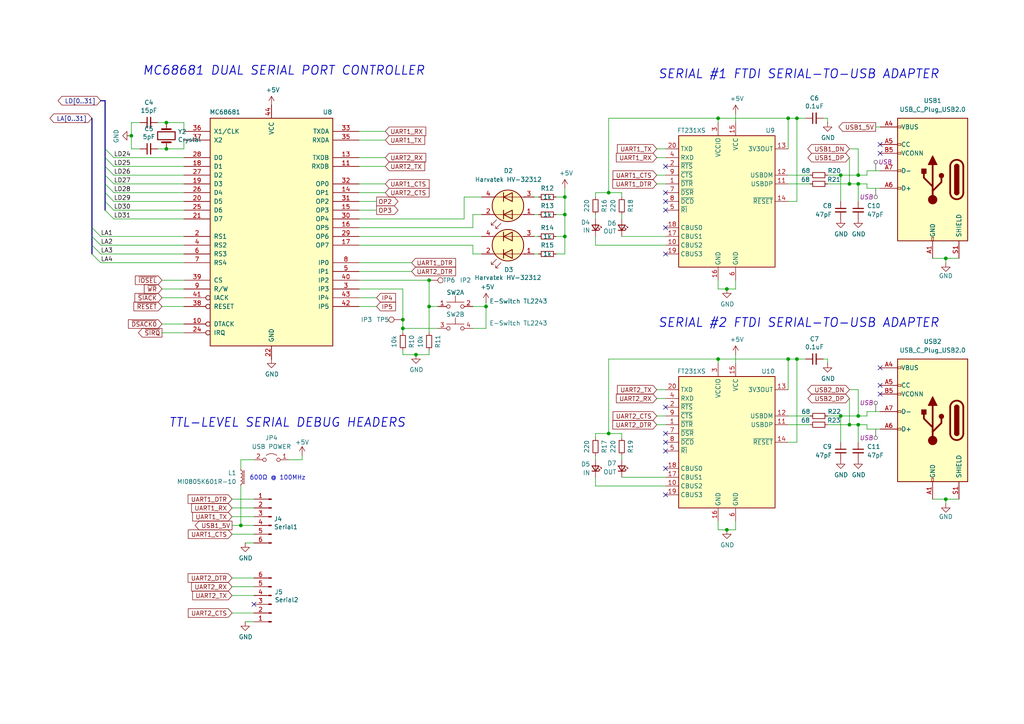
<source format=kicad_sch>
(kicad_sch (version 20231120) (generator "eeschema") (generator_version "8.0")
  (paper "A4")
  (title_block (title "k30p-VME") (rev "1"))
  (lib_symbols
    (symbol "Computie_68k:MC68681-PLCC" (pin_names (offset 1.016))
      (property "Reference" "U" (at 0 3.81 0))
      (property "Value" "MC68681-PLCC" (at 0 -2.54 0))
      (symbol "MC68681-PLCC_1_1"
        (pin open_collector inverted (at -25.4 -25.4 0) (length 7.62) (name "DTACK") (number "10"))
        (pin input line (at 25.4 20.32 180) (length 7.62) (name "RXDB") (number "11"))
        (pin output line (at 25.4 22.86 180) (length 7.62) (name "TXDB") (number "13"))
        (pin output line (at 25.4 12.7 180) (length 7.62) (name "OP1") (number "14"))
        (pin output line (at 25.4 7.62 180) (length 7.62) (name "OP3") (number "15"))
        (pin output line (at 25.4 2.54 180) (length 7.62) (name "OP5") (number "16"))
        (pin output line (at 25.4 -2.54 180) (length 7.62) (name "OP7") (number "17"))
        (pin tri_state line (at -25.4 20.32 0) (length 7.62) (name "D1") (number "18"))
        (pin tri_state line (at -25.4 15.24 0) (length 7.62) (name "D3") (number "19"))
        (pin input line (at -25.4 0 0) (length 7.62) (name "RS1") (number "2"))
        (pin tri_state line (at -25.4 10.16 0) (length 7.62) (name "D5") (number "20"))
        (pin tri_state line (at -25.4 5.08 0) (length 7.62) (name "D7") (number "21"))
        (pin power_in line (at 0 -35.56 90) (length 3.81) (name "GND") (number "22"))
        (pin output inverted (at -25.4 -27.94 0) (length 7.62) (name "IRQ") (number "24"))
        (pin tri_state line (at -25.4 7.62 0) (length 7.62) (name "D6") (number "25"))
        (pin tri_state line (at -25.4 12.7 0) (length 7.62) (name "D4") (number "26"))
        (pin tri_state line (at -25.4 17.78 0) (length 7.62) (name "D2") (number "27"))
        (pin tri_state line (at -25.4 22.86 0) (length 7.62) (name "D0") (number "28"))
        (pin output line (at 25.4 0 180) (length 7.62) (name "OP6") (number "29"))
        (pin input line (at 25.4 -15.24 180) (length 7.62) (name "IP3") (number "3"))
        (pin output line (at 25.4 5.08 180) (length 7.62) (name "OP4") (number "30"))
        (pin output line (at 25.4 10.16 180) (length 7.62) (name "OP2") (number "31"))
        (pin output line (at 25.4 15.24 180) (length 7.62) (name "OP0") (number "32"))
        (pin output line (at 25.4 30.48 180) (length 7.62) (name "TXDA") (number "33"))
        (pin input line (at 25.4 27.94 180) (length 7.62) (name "RXDA") (number "35"))
        (pin input line (at -25.4 30.48 0) (length 7.62) (name "X1/CLK") (number "36"))
        (pin input line (at -25.4 27.94 0) (length 7.62) (name "X2") (number "37"))
        (pin input inverted (at -25.4 -20.32 0) (length 7.62) (name "RESET") (number "38"))
        (pin input line (at -25.4 -12.7 0) (length 7.62) (name "CS") (number "39"))
        (pin input line (at -25.4 -2.54 0) (length 7.62) (name "RS2") (number "4"))
        (pin input line (at 25.4 -12.7 180) (length 7.62) (name "IP2") (number "40"))
        (pin input inverted (at -25.4 -17.78 0) (length 7.62) (name "IACK") (number "41"))
        (pin input line (at 25.4 -20.32 180) (length 7.62) (name "IP5") (number "42"))
        (pin input line (at 25.4 -17.78 180) (length 7.62) (name "IP4") (number "43"))
        (pin power_in line (at 0 38.1 270) (length 3.81) (name "VCC") (number "44"))
        (pin input line (at 25.4 -10.16 180) (length 7.62) (name "IP1") (number "5"))
        (pin input line (at -25.4 -5.08 0) (length 7.62) (name "RS3") (number "6"))
        (pin input line (at -25.4 -7.62 0) (length 7.62) (name "RS4") (number "7"))
        (pin input line (at 25.4 -7.62 180) (length 7.62) (name "IP0") (number "8"))
        (pin input line (at -25.4 -15.24 0) (length 7.62) (name "R/W") (number "9"))
      )
    )
    (symbol "Connector:Conn_01x06_Pin" (pin_names (offset 1.016) hide)
      (property "Reference" "J" (at 0 7.62 0))
      (property "Value" "Conn_01x06_Pin" (at 0 -10.16 0))
      (symbol "Conn_01x06_Pin_1_1"
        (pin passive line (at 5.08 5.08 180) (length 3.81) (name "Pin_1") (number "1"))
        (pin passive line (at 5.08 2.54 180) (length 3.81) (name "Pin_2") (number "2"))
        (pin passive line (at 5.08 0 180) (length 3.81) (name "Pin_3") (number "3"))
        (pin passive line (at 5.08 -2.54 180) (length 3.81) (name "Pin_4") (number "4"))
        (pin passive line (at 5.08 -5.08 180) (length 3.81) (name "Pin_5") (number "5"))
        (pin passive line (at 5.08 -7.62 180) (length 3.81) (name "Pin_6") (number "6"))
      )
    )
    (symbol "Connector:TestPoint" (pin_numbers hide) (pin_names (offset 0.762) hide)
      (property "Reference" "TP" (at 0 6.858 0))
      (property "Value" "TestPoint" (at 0 5.08 0))
      (symbol "TestPoint_1_1"
        (pin passive line (at 0 0 90) (length 2.54) (name "1") (number "1"))
      )
    )
    (symbol "Connector:USB_C_Plug_USB2.0" (pin_names (offset 1.016))
      (property "Reference" "P" (at -10.16 19.05 0))
      (property "Value" "USB_C_Plug_USB2.0" (at 12.7 19.05 0))
      (symbol "USB_C_Plug_USB2.0_1_1"
        (pin passive line (at 0 -22.86 90) (length 5.08) (name "GND") (number "A1"))
        (pin passive line (at 0 -22.86 90) (length 5.08) hide (name "GND") (number "A12"))
        (pin passive line (at 15.24 15.24 180) (length 5.08) (name "VBUS") (number "A4"))
        (pin bidirectional line (at 15.24 10.16 180) (length 5.08) (name "CC") (number "A5"))
        (pin bidirectional line (at 15.24 -2.54 180) (length 5.08) (name "D+") (number "A6"))
        (pin bidirectional line (at 15.24 2.54 180) (length 5.08) (name "D-") (number "A7"))
        (pin passive line (at 15.24 15.24 180) (length 5.08) hide (name "VBUS") (number "A9"))
        (pin passive line (at 0 -22.86 90) (length 5.08) hide (name "GND") (number "B1"))
        (pin passive line (at 0 -22.86 90) (length 5.08) hide (name "GND") (number "B12"))
        (pin passive line (at 15.24 15.24 180) (length 5.08) hide (name "VBUS") (number "B4"))
        (pin bidirectional line (at 15.24 7.62 180) (length 5.08) (name "VCONN") (number "B5"))
        (pin passive line (at 15.24 15.24 180) (length 5.08) hide (name "VBUS") (number "B9"))
        (pin passive line (at -7.62 -22.86 90) (length 5.08) (name "SHIELD") (number "S1"))
      )
    )
    (symbol "Device:C_Small" (pin_numbers hide) (pin_names (offset 0.254) hide)
      (property "Reference" "C" (at 0.254 1.778 0))
      (property "Value" "C_Small" (at 0.254 -2.032 0))
      (symbol "C_Small_1_1"
        (pin passive line (at 0 2.54 270) (length 2.032) (name "~") (number "1"))
        (pin passive line (at 0 -2.54 90) (length 2.032) (name "~") (number "2"))
      )
    )
    (symbol "Device:Crystal" (pin_numbers hide) (pin_names (offset 1.016) hide)
      (property "Reference" "Y" (at 0 3.81 0))
      (property "Value" "Crystal" (at 0 -3.81 0))
      (symbol "Crystal_1_1"
        (pin passive line (at -3.81 0 0) (length 1.27) (name "1") (number "1"))
        (pin passive line (at 3.81 0 180) (length 1.27) (name "2") (number "2"))
      )
    )
    (symbol "Device:LED_Dual_AKAK" (pin_names (offset 0) hide)
      (property "Reference" "D" (at 0 5.715 0))
      (property "Value" "LED_Dual_AKAK" (at 0 -6.35 0))
      (symbol "LED_Dual_AKAK_1_1"
        (pin input line (at -7.62 2.54 0) (length 3.048) (name "A1") (number "1"))
        (pin input line (at 7.62 2.54 180) (length 3.81) (name "K1") (number "2"))
        (pin input line (at -7.62 -2.54 0) (length 3.048) (name "A2") (number "3"))
        (pin input line (at 7.62 -2.54 180) (length 3.81) (name "K2") (number "4"))
      )
    )
    (symbol "Device:LED_Small" (pin_numbers hide) (pin_names (offset 0.254) hide)
      (property "Reference" "D" (at -1.27 3.175 0))
      (property "Value" "LED_Small" (at -4.445 -2.54 0))
      (symbol "LED_Small_1_1"
        (pin passive line (at -2.54 0 0) (length 1.778) (name "K") (number "1"))
        (pin passive line (at 2.54 0 180) (length 1.778) (name "A") (number "2"))
      )
    )
    (symbol "Device:L_Ferrite_Small" (pin_numbers hide) (pin_names (offset 0.254) hide)
      (property "Reference" "L" (at 1.27 1.016 0))
      (property "Value" "L_Ferrite_Small" (at 1.27 -1.27 0))
      (symbol "L_Ferrite_Small_1_1"
        (pin passive line (at 0 2.54 270) (length 0.508) (name "~") (number "1"))
        (pin passive line (at 0 -2.54 90) (length 0.508) (name "~") (number "2"))
      )
    )
    (symbol "Device:R_Small" (pin_numbers hide) (pin_names (offset 0.254) hide)
      (property "Reference" "R" (at 0.762 0.508 0))
      (property "Value" "R_Small" (at 0.762 -1.016 0))
      (symbol "R_Small_1_1"
        (pin passive line (at 0 2.54 270) (length 0.762) (name "~") (number "1"))
        (pin passive line (at 0 -2.54 90) (length 0.762) (name "~") (number "2"))
      )
    )
    (symbol "Interface_USB:FT231XS"
      (property "Reference" "U" (at -13.97 20.32 0))
      (property "Value" "FT231XS" (at 7.62 20.32 0))
      (symbol "FT231XS_1_1"
        (pin output line (at 17.78 5.08 180) (length 3.81) (name "~{DTR}") (number "1"))
        (pin bidirectional line (at 17.78 -12.7 180) (length 3.81) (name "CBUS2") (number "10"))
        (pin bidirectional line (at -17.78 5.08 0) (length 3.81) (name "USBDP") (number "11"))
        (pin bidirectional line (at -17.78 7.62 0) (length 3.81) (name "USBDM") (number "12"))
        (pin power_out line (at -17.78 15.24 0) (length 3.81) (name "3V3OUT") (number "13"))
        (pin input line (at -17.78 0 0) (length 3.81) (name "~{RESET}") (number "14"))
        (pin power_in line (at -2.54 22.86 270) (length 3.81) (name "VCC") (number "15"))
        (pin power_in line (at 2.54 -22.86 90) (length 3.81) (name "GND") (number "16"))
        (pin bidirectional line (at 17.78 -10.16 180) (length 3.81) (name "CBUS1") (number "17"))
        (pin bidirectional line (at 17.78 -7.62 180) (length 3.81) (name "CBUS0") (number "18"))
        (pin bidirectional line (at 17.78 -15.24 180) (length 3.81) (name "CBUS3") (number "19"))
        (pin output line (at 17.78 10.16 180) (length 3.81) (name "~{RTS}") (number "2"))
        (pin output line (at 17.78 15.24 180) (length 3.81) (name "TXD") (number "20"))
        (pin power_in line (at 2.54 22.86 270) (length 3.81) (name "VCCIO") (number "3"))
        (pin input line (at 17.78 12.7 180) (length 3.81) (name "RXD") (number "4"))
        (pin input line (at 17.78 -2.54 180) (length 3.81) (name "~{RI}") (number "5"))
        (pin power_in line (at -2.54 -22.86 90) (length 3.81) (name "GND") (number "6"))
        (pin input line (at 17.78 2.54 180) (length 3.81) (name "~{DSR}") (number "7"))
        (pin input line (at 17.78 0 180) (length 3.81) (name "~{DCD}") (number "8"))
        (pin input line (at 17.78 7.62 180) (length 3.81) (name "~{CTS}") (number "9"))
      )
    )
    (symbol "Jumper:Jumper_2_Open" (pin_names (offset 0) hide)
      (property "Reference" "JP" (at 0 2.794 0))
      (property "Value" "Jumper_2_Open" (at 0 -2.286 0))
      (symbol "Jumper_2_Open_1_1"
        (pin passive line (at -5.08 0 0) (length 2.54) (name "A") (number "1"))
        (pin passive line (at 5.08 0 180) (length 2.54) (name "B") (number "2"))
      )
    )
    (symbol "Switch:SW_Push_Dual_x2" (pin_names (offset 1.016) hide)
      (property "Reference" "SW" (at 1.27 2.54 0))
      (property "Value" "SW_Push_Dual_x2" (at 0 -1.524 0))
      (symbol "SW_Push_Dual_x2_1_1"
        (pin passive line (at -5.08 0 0) (length 2.54) (name "C") (number "1"))
        (pin passive line (at 5.08 0 180) (length 2.54) (name "D") (number "2"))
      )
      (symbol "SW_Push_Dual_x2_2_1"
        (pin passive line (at -5.08 0 0) (length 2.54) (name "C") (number "3"))
        (pin passive line (at 5.08 0 180) (length 2.54) (name "D") (number "4"))
      )
    )
    (symbol "power:+5V" (power) (pin_numbers hide) (pin_names (offset 0) hide)
      (property "Value" "+5V" (at 0 3.556 0))
      (symbol "+5V_1_1"
        (pin power_in line (at 0 0 90) (length 0) (name "~") (number "1"))
      )
    )
    (symbol "power:GND" (power) (pin_numbers hide) (pin_names (offset 0) hide)
      (property "Value" "GND" (at 0 -3.81 0))
      (symbol "GND_1_1"
        (pin power_in line (at 0 0 270) (length 0) (name "~") (number "1"))
      )
    )
  )
  (junction (at 274.32 74.93))
  (junction (at 163.83 68.58))
  (junction (at 48.26 43.18))
  (junction (at 248.92 123.19))
  (junction (at 231.14 34.29))
  (junction (at 248.92 50.8))
  (junction (at 228.6 34.29))
  (junction (at 246.38 123.19))
  (junction (at 120.65 102.87))
  (junction (at 116.84 92.71))
  (junction (at 246.38 53.34))
  (junction (at 38.1 39.37))
  (junction (at 140.97 88.9))
  (junction (at 210.82 153.67))
  (junction (at 243.84 50.8))
  (junction (at 163.83 62.23))
  (junction (at 274.32 144.78))
  (junction (at 176.53 125.73))
  (junction (at 69.85 152.4))
  (junction (at 208.28 104.14))
  (junction (at 248.92 120.65))
  (junction (at 208.28 34.29))
  (junction (at 231.14 104.14))
  (junction (at 176.53 55.88))
  (junction (at 116.84 95.25))
  (junction (at 243.84 120.65))
  (junction (at 163.83 57.15))
  (junction (at 124.46 81.28))
  (junction (at 248.92 53.34))
  (junction (at 124.46 88.9))
  (junction (at 48.26 35.56))
  (junction (at 228.6 104.14))
  (junction (at 210.82 83.82))
  (no_connect (at 193.04 60.96))
  (no_connect (at 255.27 41.91))
  (no_connect (at 193.04 48.26))
  (no_connect (at 193.04 135.89))
  (no_connect (at 73.66 175.26))
  (no_connect (at 255.27 106.68))
  (no_connect (at 193.04 118.11))
  (no_connect (at 193.04 128.27))
  (no_connect (at 255.27 114.3))
  (no_connect (at 193.04 55.88))
  (no_connect (at 193.04 58.42))
  (no_connect (at 193.04 143.51))
  (no_connect (at 193.04 130.81))
  (no_connect (at 255.27 44.45))
  (no_connect (at 193.04 125.73))
  (no_connect (at 193.04 73.66))
  (no_connect (at 193.04 66.04))
  (no_connect (at 255.27 111.76))
  (bus_entry (at 33.02 50.8) (size -2.54 -2.54))
  (bus_entry (at 33.02 45.72) (size -2.54 -2.54))
  (bus_entry (at 33.02 48.26) (size -2.54 -2.54))
  (bus_entry (at 29.21 73.66) (size -2.54 -2.54))
  (bus_entry (at 29.21 71.12) (size -2.54 -2.54))
  (bus_entry (at 33.02 53.34) (size -2.54 -2.54))
  (bus_entry (at 29.21 68.58) (size -2.54 -2.54))
  (bus_entry (at 33.02 60.96) (size -2.54 -2.54))
  (bus_entry (at 33.02 58.42) (size -2.54 -2.54))
  (bus_entry (at 33.02 55.88) (size -2.54 -2.54))
  (bus_entry (at 29.21 76.2) (size -2.54 -2.54))
  (bus_entry (at 33.02 63.5) (size -2.54 -2.54))
  (wire (pts (xy 213.36 153.67) (xy 210.82 153.67)))
  (wire (pts (xy 140.97 87.63) (xy 140.97 88.9)))
  (wire (pts (xy 243.84 50.8) (xy 243.84 58.42)))
  (wire (pts (xy 119.38 76.2) (xy 104.14 76.2)))
  (wire (pts (xy 246.38 43.18) (xy 248.92 43.18)))
  (wire (pts (xy 69.85 140.97) (xy 69.85 152.4)))
  (wire (pts (xy 139.7 62.23) (xy 137.16 62.23)))
  (wire (pts (xy 46.99 81.28) (xy 53.34 81.28)))
  (wire (pts (xy 109.22 88.9) (xy 104.14 88.9)))
  (wire (pts (xy 124.46 101.6) (xy 124.46 102.87)))
  (wire (pts (xy 154.94 57.15) (xy 156.21 57.15)))
  (wire (pts (xy 104.14 81.28) (xy 124.46 81.28)))
  (wire (pts (xy 228.6 34.29) (xy 231.14 34.29)))
  (wire (pts (xy 240.03 34.29) (xy 240.03 35.56)))
  (bus (pts (xy 30.48 50.8) (xy 30.48 53.34)))
  (wire (pts (xy 228.6 34.29) (xy 228.6 43.18)))
  (wire (pts (xy 240.03 120.65) (xy 243.84 120.65)))
  (bus (pts (xy 26.67 66.04) (xy 26.67 68.58)))
  (wire (pts (xy 154.94 73.66) (xy 156.21 73.66)))
  (wire (pts (xy 73.66 180.34) (xy 71.12 180.34)))
  (wire (pts (xy 104.14 71.12) (xy 137.16 71.12)))
  (wire (pts (xy 67.31 172.72) (xy 73.66 172.72)))
  (wire (pts (xy 67.31 144.78) (xy 73.66 144.78)))
  (wire (pts (xy 246.38 45.72) (xy 246.38 53.34)))
  (wire (pts (xy 163.83 54.61) (xy 163.83 57.15)))
  (wire (pts (xy 278.13 74.93) (xy 274.32 74.93)))
  (wire (pts (xy 161.29 62.23) (xy 163.83 62.23)))
  (wire (pts (xy 248.92 123.19) (xy 248.92 128.27)))
  (wire (pts (xy 53.34 53.34) (xy 33.02 53.34)))
  (wire (pts (xy 137.16 71.12) (xy 137.16 73.66)))
  (wire (pts (xy 67.31 177.8) (xy 73.66 177.8)))
  (wire (pts (xy 208.28 34.29) (xy 228.6 34.29)))
  (bus (pts (xy 30.48 43.18) (xy 30.48 45.72)))
  (wire (pts (xy 124.46 88.9) (xy 124.46 96.52)))
  (wire (pts (xy 134.62 63.5) (xy 134.62 57.15)))
  (wire (pts (xy 190.5 53.34) (xy 193.04 53.34)))
  (wire (pts (xy 274.32 74.93) (xy 270.51 74.93)))
  (wire (pts (xy 67.31 154.94) (xy 73.66 154.94)))
  (bus (pts (xy 30.48 58.42) (xy 30.48 60.96)))
  (wire (pts (xy 137.16 73.66) (xy 139.7 73.66)))
  (wire (pts (xy 228.6 104.14) (xy 231.14 104.14)))
  (wire (pts (xy 240.03 123.19) (xy 246.38 123.19)))
  (wire (pts (xy 109.22 86.36) (xy 104.14 86.36)))
  (wire (pts (xy 127 95.25) (xy 116.84 95.25)))
  (wire (pts (xy 45.72 35.56) (xy 48.26 35.56)))
  (wire (pts (xy 124.46 88.9) (xy 127 88.9)))
  (wire (pts (xy 190.5 120.65) (xy 193.04 120.65)))
  (wire (pts (xy 53.34 40.64) (xy 53.34 43.18)))
  (wire (pts (xy 190.5 113.03) (xy 193.04 113.03)))
  (wire (pts (xy 228.6 123.19) (xy 234.95 123.19)))
  (wire (pts (xy 180.34 138.43) (xy 193.04 138.43)))
  (wire (pts (xy 140.97 88.9) (xy 137.16 88.9)))
  (bus (pts (xy 30.48 48.26) (xy 30.48 50.8)))
  (wire (pts (xy 251.46 123.19) (xy 251.46 124.46)))
  (wire (pts (xy 69.85 152.4) (xy 73.66 152.4)))
  (wire (pts (xy 116.84 83.82) (xy 104.14 83.82)))
  (wire (pts (xy 274.32 144.78) (xy 270.51 144.78)))
  (wire (pts (xy 73.66 133.35) (xy 69.85 133.35)))
  (wire (pts (xy 251.46 124.46) (xy 255.27 124.46)))
  (wire (pts (xy 53.34 35.56) (xy 53.34 38.1)))
  (wire (pts (xy 208.28 153.67) (xy 210.82 153.67)))
  (wire (pts (xy 172.72 55.88) (xy 172.72 57.15)))
  (wire (pts (xy 274.32 74.93) (xy 274.32 76.2)))
  (wire (pts (xy 137.16 62.23) (xy 137.16 66.04)))
  (wire (pts (xy 104.14 58.42) (xy 109.22 58.42)))
  (wire (pts (xy 53.34 55.88) (xy 33.02 55.88)))
  (wire (pts (xy 208.28 81.28) (xy 208.28 83.82)))
  (wire (pts (xy 46.99 83.82) (xy 53.34 83.82)))
  (wire (pts (xy 238.76 34.29) (xy 240.03 34.29)))
  (wire (pts (xy 87.63 133.35) (xy 83.82 133.35)))
  (wire (pts (xy 251.46 49.53) (xy 251.46 50.8)))
  (wire (pts (xy 231.14 104.14) (xy 231.14 128.27)))
  (wire (pts (xy 172.72 62.23) (xy 172.72 63.5)))
  (bus (pts (xy 26.67 34.29) (xy 26.67 66.04)))
  (wire (pts (xy 240.03 104.14) (xy 240.03 105.41)))
  (bus (pts (xy 26.67 68.58) (xy 26.67 71.12)))
  (wire (pts (xy 161.29 68.58) (xy 163.83 68.58)))
  (bus (pts (xy 30.48 29.21) (xy 29.21 29.21)))
  (wire (pts (xy 53.34 76.2) (xy 29.21 76.2)))
  (wire (pts (xy 48.26 35.56) (xy 53.34 35.56)))
  (wire (pts (xy 161.29 73.66) (xy 163.83 73.66)))
  (wire (pts (xy 172.72 138.43) (xy 172.72 140.97)))
  (wire (pts (xy 248.92 43.18) (xy 248.92 50.8)))
  (wire (pts (xy 251.46 54.61) (xy 255.27 54.61)))
  (wire (pts (xy 154.94 62.23) (xy 156.21 62.23)))
  (wire (pts (xy 238.76 104.14) (xy 240.03 104.14)))
  (wire (pts (xy 180.34 62.23) (xy 180.34 63.5)))
  (wire (pts (xy 213.36 151.13) (xy 213.36 153.67)))
  (wire (pts (xy 38.1 35.56) (xy 38.1 39.37)))
  (wire (pts (xy 53.34 43.18) (xy 48.26 43.18)))
  (wire (pts (xy 154.94 68.58) (xy 156.21 68.58)))
  (wire (pts (xy 190.5 45.72) (xy 193.04 45.72)))
  (wire (pts (xy 213.36 33.02) (xy 213.36 35.56)))
  (wire (pts (xy 46.99 86.36) (xy 53.34 86.36)))
  (wire (pts (xy 208.28 104.14) (xy 228.6 104.14)))
  (wire (pts (xy 278.13 144.78) (xy 274.32 144.78)))
  (wire (pts (xy 228.6 120.65) (xy 234.95 120.65)))
  (wire (pts (xy 228.6 50.8) (xy 234.95 50.8)))
  (wire (pts (xy 124.46 81.28) (xy 124.46 88.9)))
  (wire (pts (xy 104.14 40.64) (xy 111.76 40.64)))
  (wire (pts (xy 176.53 55.88) (xy 180.34 55.88)))
  (wire (pts (xy 163.83 73.66) (xy 163.83 68.58)))
  (wire (pts (xy 53.34 71.12) (xy 29.21 71.12)))
  (wire (pts (xy 248.92 53.34) (xy 251.46 53.34)))
  (wire (pts (xy 87.63 132.08) (xy 87.63 133.35)))
  (wire (pts (xy 248.92 123.19) (xy 251.46 123.19)))
  (wire (pts (xy 104.14 53.34) (xy 111.76 53.34)))
  (wire (pts (xy 231.14 104.14) (xy 233.68 104.14)))
  (wire (pts (xy 53.34 48.26) (xy 33.02 48.26)))
  (wire (pts (xy 137.16 95.25) (xy 140.97 95.25)))
  (wire (pts (xy 53.34 68.58) (xy 29.21 68.58)))
  (wire (pts (xy 231.14 128.27) (xy 228.6 128.27)))
  (bus (pts (xy 30.48 53.34) (xy 30.48 55.88)))
  (wire (pts (xy 104.14 66.04) (xy 137.16 66.04)))
  (wire (pts (xy 69.85 133.35) (xy 69.85 135.89)))
  (wire (pts (xy 53.34 50.8) (xy 33.02 50.8)))
  (wire (pts (xy 213.36 102.87) (xy 213.36 105.41)))
  (wire (pts (xy 231.14 34.29) (xy 233.68 34.29)))
  (wire (pts (xy 246.38 113.03) (xy 248.92 113.03)))
  (wire (pts (xy 172.72 132.08) (xy 172.72 133.35)))
  (wire (pts (xy 213.36 81.28) (xy 213.36 83.82)))
  (wire (pts (xy 53.34 63.5) (xy 33.02 63.5)))
  (bus (pts (xy 30.48 45.72) (xy 30.48 48.26)))
  (wire (pts (xy 104.14 38.1) (xy 111.76 38.1)))
  (wire (pts (xy 104.14 55.88) (xy 111.76 55.88)))
  (wire (pts (xy 46.99 93.98) (xy 53.34 93.98)))
  (wire (pts (xy 140.97 95.25) (xy 140.97 88.9)))
  (wire (pts (xy 109.22 60.96) (xy 104.14 60.96)))
  (wire (pts (xy 38.1 43.18) (xy 40.64 43.18)))
  (wire (pts (xy 251.46 53.34) (xy 251.46 54.61)))
  (wire (pts (xy 243.84 120.65) (xy 248.92 120.65)))
  (wire (pts (xy 104.14 78.74) (xy 119.38 78.74)))
  (wire (pts (xy 251.46 49.53) (xy 255.27 49.53)))
  (wire (pts (xy 208.28 83.82) (xy 210.82 83.82)))
  (wire (pts (xy 180.34 68.58) (xy 193.04 68.58)))
  (bus (pts (xy 30.48 55.88) (xy 30.48 58.42)))
  (wire (pts (xy 67.31 152.4) (xy 69.85 152.4)))
  (wire (pts (xy 246.38 123.19) (xy 248.92 123.19)))
  (wire (pts (xy 116.84 92.71) (xy 116.84 95.25)))
  (wire (pts (xy 248.92 53.34) (xy 248.92 58.42)))
  (wire (pts (xy 120.65 102.87) (xy 116.84 102.87)))
  (wire (pts (xy 124.46 102.87) (xy 120.65 102.87)))
  (wire (pts (xy 116.84 95.25) (xy 116.84 96.52)))
  (wire (pts (xy 53.34 73.66) (xy 29.21 73.66)))
  (wire (pts (xy 274.32 144.78) (xy 274.32 146.05)))
  (wire (pts (xy 248.92 50.8) (xy 251.46 50.8)))
  (wire (pts (xy 163.83 57.15) (xy 161.29 57.15)))
  (wire (pts (xy 172.72 71.12) (xy 193.04 71.12)))
  (wire (pts (xy 246.38 53.34) (xy 248.92 53.34)))
  (wire (pts (xy 176.53 125.73) (xy 176.53 104.14)))
  (wire (pts (xy 67.31 170.18) (xy 73.66 170.18)))
  (wire (pts (xy 246.38 115.57) (xy 246.38 123.19)))
  (wire (pts (xy 208.28 35.56) (xy 208.28 34.29)))
  (wire (pts (xy 116.84 83.82) (xy 116.84 92.71)))
  (wire (pts (xy 176.53 55.88) (xy 176.53 34.29)))
  (wire (pts (xy 172.72 68.58) (xy 172.72 71.12)))
  (wire (pts (xy 172.72 140.97) (xy 193.04 140.97)))
  (wire (pts (xy 180.34 55.88) (xy 180.34 57.15)))
  (wire (pts (xy 176.53 104.14) (xy 208.28 104.14)))
  (wire (pts (xy 190.5 43.18) (xy 193.04 43.18)))
  (wire (pts (xy 228.6 53.34) (xy 234.95 53.34)))
  (wire (pts (xy 180.34 132.08) (xy 180.34 133.35)))
  (wire (pts (xy 172.72 55.88) (xy 176.53 55.88)))
  (wire (pts (xy 190.5 50.8) (xy 193.04 50.8)))
  (wire (pts (xy 67.31 147.32) (xy 73.66 147.32)))
  (wire (pts (xy 208.28 151.13) (xy 208.28 153.67)))
  (wire (pts (xy 134.62 57.15) (xy 139.7 57.15)))
  (wire (pts (xy 243.84 50.8) (xy 248.92 50.8)))
  (wire (pts (xy 172.72 125.73) (xy 176.53 125.73)))
  (wire (pts (xy 163.83 62.23) (xy 163.83 57.15)))
  (wire (pts (xy 213.36 83.82) (xy 210.82 83.82)))
  (wire (pts (xy 172.72 125.73) (xy 172.72 127)))
  (wire (pts (xy 104.14 45.72) (xy 111.76 45.72)))
  (wire (pts (xy 53.34 45.72) (xy 33.02 45.72)))
  (wire (pts (xy 104.14 68.58) (xy 139.7 68.58)))
  (wire (pts (xy 251.46 119.38) (xy 251.46 120.65)))
  (wire (pts (xy 254 36.83) (xy 255.27 36.83)))
  (wire (pts (xy 190.5 123.19) (xy 193.04 123.19)))
  (wire (pts (xy 243.84 120.65) (xy 243.84 128.27)))
  (wire (pts (xy 40.64 35.56) (xy 38.1 35.56)))
  (wire (pts (xy 116.84 102.87) (xy 116.84 101.6)))
  (wire (pts (xy 67.31 167.64) (xy 73.66 167.64)))
  (wire (pts (xy 228.6 104.14) (xy 228.6 113.03)))
  (wire (pts (xy 38.1 39.37) (xy 38.1 43.18)))
  (wire (pts (xy 240.03 53.34) (xy 246.38 53.34)))
  (wire (pts (xy 251.46 119.38) (xy 255.27 119.38)))
  (bus (pts (xy 26.67 71.12) (xy 26.67 73.66)))
  (wire (pts (xy 240.03 50.8) (xy 243.84 50.8)))
  (wire (pts (xy 163.83 68.58) (xy 163.83 62.23)))
  (wire (pts (xy 48.26 43.18) (xy 45.72 43.18)))
  (wire (pts (xy 176.53 34.29) (xy 208.28 34.29)))
  (wire (pts (xy 190.5 115.57) (xy 193.04 115.57)))
  (wire (pts (xy 208.28 105.41) (xy 208.28 104.14)))
  (wire (pts (xy 180.34 125.73) (xy 180.34 127)))
  (bus (pts (xy 30.48 29.21) (xy 30.48 43.18)))
  (wire (pts (xy 46.99 96.52) (xy 53.34 96.52)))
  (wire (pts (xy 53.34 58.42) (xy 33.02 58.42)))
  (wire (pts (xy 231.14 58.42) (xy 228.6 58.42)))
  (wire (pts (xy 231.14 34.29) (xy 231.14 58.42)))
  (wire (pts (xy 176.53 125.73) (xy 180.34 125.73)))
  (wire (pts (xy 67.31 149.86) (xy 73.66 149.86)))
  (wire (pts (xy 248.92 113.03) (xy 248.92 120.65)))
  (wire (pts (xy 104.14 63.5) (xy 134.62 63.5)))
  (wire (pts (xy 53.34 60.96) (xy 33.02 60.96)))
  (wire (pts (xy 104.14 48.26) (xy 111.76 48.26)))
  (wire (pts (xy 73.66 157.48) (xy 71.12 157.48)))
  (wire (pts (xy 46.99 88.9) (xy 53.34 88.9)))
  (wire (pts (xy 248.92 120.65) (xy 251.46 120.65)))
  (text "SERIAL #1 FTDI SERIAL-TO-USB ADAPTER" (at 231.648 23.114 0) (effects (font (size 2.56 2.56) (thickness 0.254) (bold yes) (italic yes)) (justify bottom)))
  (text "600Ω @ 100MHz" (at 80.518 138.684 0) (effects (font (size 1.27 1.27))))
  (text "TTL-LEVEL SERIAL DEBUG HEADERS" (at 83.312 124.206 0) (effects (font (size 2.56 2.56) (thickness 0.254) (bold yes) (italic yes)) (justify bottom)))
  (text "MC68681 DUAL SERIAL PORT CONTROLLER" (at 82.296 22.098 0) (effects (font (size 2.56 2.56) (thickness 0.254) (bold yes) (italic yes)) (justify bottom)))
  (text "SERIAL #2 FTDI SERIAL-TO-USB ADAPTER" (at 231.648 95.25 0) (effects (font (size 2.56 2.56) (thickness 0.254) (bold yes) (italic yes)) (justify bottom)))
  (label "LA1" (at 29.21 68.58 0))
  (label "LA3" (at 29.21 73.66 0))
  (label "LD31" (at 33.02 63.5 0))
  (label "LA4" (at 29.21 76.2 0))
  (label "LD26" (at 33.02 50.8 0))
  (label "LD28" (at 33.02 55.88 0))
  (label "LD29" (at 33.02 58.42 0))
  (label "LD27" (at 33.02 53.34 0))
  (label "LD30" (at 33.02 60.96 0))
  (label "LA2" (at 29.21 71.12 0))
  (label "LD25" (at 33.02 48.26 0))
  (label "LD24" (at 33.02 45.72 0))
  (global_label "~{WR}" (shape input) (at 46.99 83.82 180) (property "Intersheetrefs" "${INTERSHEET_REFS}" (effects (hide yes))))
  (global_label "LD[0..31]" (shape tri_state) (at 29.21 29.21 180) (property "Intersheetrefs" "${INTERSHEET_REFS}" (effects (hide yes))))
  (global_label "UART2_DTR" (shape input) (at 119.38 78.74 0) (property "Intersheetrefs" "${INTERSHEET_REFS}" (effects (hide yes))))
  (global_label "UART1_RX" (shape input) (at 67.31 147.32 180) (property "Intersheetrefs" "${INTERSHEET_REFS}" (effects (hide yes))))
  (global_label "USB1_5V" (shape output) (at 67.31 152.4 180) (property "Intersheetrefs" "${INTERSHEET_REFS}" (effects (hide yes))))
  (global_label "UART2_RX" (shape input) (at 67.31 170.18 180) (property "Intersheetrefs" "${INTERSHEET_REFS}" (effects (hide yes))))
  (global_label "IP4" (shape input) (at 109.22 86.36 0) (property "Intersheetrefs" "${INTERSHEET_REFS}" (effects (hide yes))))
  (global_label "UART1_CTS" (shape input) (at 111.76 53.34 0) (property "Intersheetrefs" "${INTERSHEET_REFS}" (effects (hide yes))))
  (global_label "USB1_DN" (shape bidirectional) (at 246.38 43.18 180) (property "Intersheetrefs" "${INTERSHEET_REFS}" (effects (hide yes))))
  (global_label "UART1_CTS" (shape input) (at 190.5 50.8 180) (property "Intersheetrefs" "${INTERSHEET_REFS}" (effects (hide yes))))
  (global_label "UART2_RX" (shape input) (at 111.76 45.72 0) (property "Intersheetrefs" "${INTERSHEET_REFS}" (effects (hide yes))))
  (global_label "OP3" (shape output) (at 109.22 60.96 0) (property "Intersheetrefs" "${INTERSHEET_REFS}" (effects (hide yes))))
  (global_label "USB1_5V" (shape output) (at 254 36.83 180) (property "Intersheetrefs" "${INTERSHEET_REFS}" (effects (hide yes))))
  (global_label "~{IOSEL}" (shape input) (at 46.99 81.28 180) (property "Intersheetrefs" "${INTERSHEET_REFS}" (effects (hide yes))))
  (global_label "UART1_DTR" (shape input) (at 67.31 144.78 180) (property "Intersheetrefs" "${INTERSHEET_REFS}" (effects (hide yes))))
  (global_label "UART1_DTR" (shape input) (at 119.38 76.2 0) (property "Intersheetrefs" "${INTERSHEET_REFS}" (effects (hide yes))))
  (global_label "USB2_DN" (shape bidirectional) (at 246.38 113.03 180) (property "Intersheetrefs" "${INTERSHEET_REFS}" (effects (hide yes))))
  (global_label "UART1_CTS" (shape input) (at 67.31 154.94 180) (property "Intersheetrefs" "${INTERSHEET_REFS}" (effects (hide yes))))
  (global_label "UART2_CTS" (shape input) (at 67.31 177.8 180) (property "Intersheetrefs" "${INTERSHEET_REFS}" (effects (hide yes))))
  (global_label "UART2_DTR" (shape input) (at 67.31 167.64 180) (property "Intersheetrefs" "${INTERSHEET_REFS}" (effects (hide yes))))
  (global_label "UART2_CTS" (shape input) (at 111.76 55.88 0) (property "Intersheetrefs" "${INTERSHEET_REFS}" (effects (hide yes))))
  (global_label "~{SIACK}" (shape input) (at 46.99 86.36 180) (property "Intersheetrefs" "${INTERSHEET_REFS}" (effects (hide yes))))
  (global_label "~{SIRQ}" (shape output) (at 46.99 96.52 180) (property "Intersheetrefs" "${INTERSHEET_REFS}" (effects (hide yes))))
  (global_label "LA[0..31]" (shape tri_state) (at 26.67 34.29 180) (property "Intersheetrefs" "${INTERSHEET_REFS}" (effects (hide yes))))
  (global_label "UART1_DTR" (shape input) (at 190.5 53.34 180) (property "Intersheetrefs" "${INTERSHEET_REFS}" (effects (hide yes))))
  (global_label "~{DSACK0}" (shape input) (at 46.99 93.98 180) (property "Intersheetrefs" "${INTERSHEET_REFS}" (effects (hide yes))))
  (global_label "UART1_RX" (shape input) (at 111.76 38.1 0) (property "Intersheetrefs" "${INTERSHEET_REFS}" (effects (hide yes))))
  (global_label "IP5" (shape input) (at 109.22 88.9 0) (property "Intersheetrefs" "${INTERSHEET_REFS}" (effects (hide yes))))
  (global_label "OP2" (shape output) (at 109.22 58.42 0) (property "Intersheetrefs" "${INTERSHEET_REFS}" (effects (hide yes))))
  (global_label "UART1_RX" (shape input) (at 190.5 45.72 180) (property "Intersheetrefs" "${INTERSHEET_REFS}" (effects (hide yes))))
  (global_label "UART1_TX" (shape input) (at 111.76 40.64 0) (property "Intersheetrefs" "${INTERSHEET_REFS}" (effects (hide yes))))
  (global_label "USB1_DP" (shape bidirectional) (at 246.38 45.72 180) (property "Intersheetrefs" "${INTERSHEET_REFS}" (effects (hide yes))))
  (global_label "UART2_TX" (shape input) (at 190.5 113.03 180) (property "Intersheetrefs" "${INTERSHEET_REFS}" (effects (hide yes))))
  (global_label "UART2_CTS" (shape input) (at 190.5 120.65 180) (property "Intersheetrefs" "${INTERSHEET_REFS}" (effects (hide yes))))
  (global_label "USB2_DP" (shape bidirectional) (at 246.38 115.57 180) (property "Intersheetrefs" "${INTERSHEET_REFS}" (effects (hide yes))))
  (global_label "UART2_RX" (shape input) (at 190.5 115.57 180) (property "Intersheetrefs" "${INTERSHEET_REFS}" (effects (hide yes))))
  (global_label "UART2_TX" (shape input) (at 111.76 48.26 0) (property "Intersheetrefs" "${INTERSHEET_REFS}" (effects (hide yes))))
  (global_label "UART2_TX" (shape input) (at 67.31 172.72 180) (property "Intersheetrefs" "${INTERSHEET_REFS}" (effects (hide yes))))
  (global_label "UART1_TX" (shape input) (at 190.5 43.18 180) (property "Intersheetrefs" "${INTERSHEET_REFS}" (effects (hide yes))))
  (global_label "~{RESET}" (shape input) (at 46.99 88.9 180) (property "Intersheetrefs" "${INTERSHEET_REFS}" (effects (hide yes))))
  (global_label "UART2_DTR" (shape input) (at 190.5 123.19 180) (property "Intersheetrefs" "${INTERSHEET_REFS}" (effects (hide yes))))
  (global_label "UART1_TX" (shape input) (at 67.31 149.86 180) (property "Intersheetrefs" "${INTERSHEET_REFS}" (effects (hide yes))))
  (netclass_flag "" (length 2.54) (shape round) (at 254 119.38 0) (property "Netclass" "USB" (at 253.3015 116.84 0) (effects (font (italic yes)) (justify right))))
  (netclass_flag "" (length 2.54) (shape round) (at 254 54.61 180) (property "Netclass" "USB" (at 253.3015 57.15 0) (effects (font (italic yes)) (justify right))))
  (netclass_flag "" (length 2.54) (shape round) (at 254 49.53 0) (property "Netclass" "USB" (at 254.6985 46.99 0) (effects (font (italic yes)) (justify left))))
  (netclass_flag "" (length 2.54) (shape round) (at 254 124.46 180) (property "Netclass" "USB" (at 253.3015 127 0) (effects (font (italic yes)) (justify right))))
  (symbol (lib_id "power:+5V") (at 78.74 30.48 0) (unit 1)
    (property "Reference" "#PWR028" (effects (hide yes)))
    (property "Value" "+5V" (at 79.121 26.0858 0))
    (property "Description" "Power symbol creates a global label with name \"+5V\"" (effects (hide yes)))
    (instances (project "IVC-k30" (path "" (reference "#PWR028") (unit 1))) (project "k30-SBC" (path "" (reference "#PWR021") (unit 1))))
  )
  (symbol (lib_id "power:GND") (at 78.74 104.14 0) (unit 1)
    (property "Reference" "#PWR029" (effects (hide yes)))
    (property "Value" "GND" (at 78.867 108.5342 0))
    (property "Description" "Power symbol creates a global label with name \"GND\" , ground" (effects (hide yes)))
    (instances (project "IVC-k30" (path "" (reference "#PWR029") (unit 1))) (project "k30-SBC" (path "" (reference "#PWR020") (unit 1))))
  )
  (symbol (lib_id "Device:Crystal") (at 48.26 39.37 90) (unit 1)
    (property "Reference" "Y2" (at 51.5874 38.2016 90) (effects (justify right)))
    (property "Value" "Crystal" (at 51.5874 40.513 90) (effects (justify right)))
    (property "Footprint" "Crystal:Crystal_HC49-4H_Vertical" (effects (hide yes)))
  )
  (symbol (lib_id "Device:C_Small") (at 43.18 35.56 90) (unit 1)
    (property "Reference" "C4" (at 43.18 29.7434 90))
    (property "Value" "15pF" (at 43.18 32.0548 90))
    (property "Footprint" "Capacitor_THT:C_Disc_D3.0mm_W2.0mm_P2.50mm" (effects (hide yes)))
    (instances (project "IVC-k30" (path "" (reference "C4") (unit 1))) (project "k30-SBC" (path "" (reference "C2") (unit 1))))
  )
  (symbol (lib_id "Device:C_Small") (at 43.18 43.18 90) (unit 1)
    (property "Reference" "C5" (at 43.18 37.3634 90))
    (property "Value" "5pF" (at 43.18 39.6748 90))
    (property "Footprint" "Capacitor_THT:C_Disc_D3.0mm_W2.0mm_P2.50mm" (effects (hide yes)))
    (instances (project "IVC-k30" (path "" (reference "C5") (unit 1))) (project "k30-SBC" (path "" (reference "C3") (unit 1))))
  )
  (symbol (lib_id "power:GND") (at 38.1 39.37 270) (unit 1)
    (property "Reference" "#PWR025" (effects (hide yes)))
    (property "Value" "GND" (at 33.7058 39.497 0))
    (property "Description" "Power symbol creates a global label with name \"GND\" , ground" (effects (hide yes)))
    (instances (project "IVC-k30" (path "" (reference "#PWR025") (unit 1))) (project "k30-SBC" (path "" (reference "#PWR016") (unit 1))))
  )
  (symbol (lib_id "Connector:Conn_01x06_Pin") (at 78.74 149.86 0) (mirror y) (unit 1)
    (property "Reference" "J4" (at 79.4512 150.5204 0) (effects (justify right)))
    (property "Value" "Serial1" (at 79.4512 152.8318 0) (effects (justify right)))
    (property "Footprint" "Connector_PinHeader_2.54mm:PinHeader_1x06_P2.54mm_Vertical" (effects (hide yes)))
    (property "Description" "Generic connector, single row, 01x06, script generated" (effects (hide yes)))
    (instances (project "IVC-k30" (path "" (reference "J4") (unit 1))) (project "k30-SBC" (path "" (reference "J2") (unit 1))))
  )
  (symbol (lib_id "power:GND") (at 71.12 180.34 0) (unit 1)
    (property "Reference" "#PWR027" (effects (hide yes)))
    (property "Value" "GND" (at 71.247 184.7342 0))
    (property "Description" "Power symbol creates a global label with name \"GND\" , ground" (effects (hide yes)))
    (instances (project "IVC-k30" (path "" (reference "#PWR027") (unit 1))) (project "k30-SBC" (path "" (reference "#PWR031") (unit 1))))
  )
  (symbol (lib_id "power:GND") (at 71.12 157.48 0) (unit 1)
    (property "Reference" "#PWR026" (effects (hide yes)))
    (property "Value" "GND" (at 71.247 161.8742 0))
    (property "Description" "Power symbol creates a global label with name \"GND\" , ground" (effects (hide yes)))
    (instances (project "IVC-k30" (path "" (reference "#PWR026") (unit 1))) (project "k30-SBC" (path "" (reference "#PWR030") (unit 1))))
  )
  (symbol (lib_id "Connector:Conn_01x06_Pin") (at 78.74 175.26 180) (unit 1)
    (property "Reference" "J5" (at 82.042 171.704 0) (effects (justify left)))
    (property "Value" "Serial2" (at 86.614 173.99 0) (effects (justify left)))
    (property "Footprint" "Connector_PinHeader_2.54mm:PinHeader_1x06_P2.54mm_Vertical" (effects (hide yes)))
    (property "Description" "Generic connector, single row, 01x06, script generated" (effects (hide yes)))
    (instances (project "IVC-k30" (path "" (reference "J5") (unit 1))) (project "k30-SBC" (path "" (reference "J3") (unit 1))))
  )
  (symbol (lib_id "Device:R_Small") (at 158.75 62.23 90) (unit 1)
    (property "Reference" "R13" (at 158.75 59.69 90))
    (property "Value" "1k" (at 158.75 62.23 90))
    (property "Footprint" "Resistor_SMD:R_0805_2012Metric_Pad1.20x1.40mm_HandSolder" (effects (hide yes)))
    (instances (project "IVC-k30" (path "" (reference "R13") (unit 1))) (project "k30-SBC" (path "" (reference "R7") (unit 1))))
  )
  (symbol (lib_id "Device:R_Small") (at 158.75 73.66 90) (unit 1)
    (property "Reference" "R15" (at 158.75 71.12 90))
    (property "Value" "1k" (at 158.75 73.66 90))
    (property "Footprint" "Resistor_SMD:R_0805_2012Metric_Pad1.20x1.40mm_HandSolder" (effects (hide yes)))
    (instances (project "IVC-k30" (path "" (reference "R15") (unit 1))) (project "k30-SBC" (path "" (reference "R8") (unit 1))))
  )
  (symbol (lib_id "Device:R_Small") (at 158.75 57.15 90) (unit 1)
    (property "Reference" "R12" (at 158.75 54.61 90))
    (property "Value" "1k" (at 158.75 57.15 90))
    (property "Footprint" "Resistor_SMD:R_0805_2012Metric_Pad1.20x1.40mm_HandSolder" (effects (hide yes)))
    (instances (project "IVC-k30" (path "" (reference "R12") (unit 1))) (project "k30-SBC" (path "" (reference "R10") (unit 1))))
  )
  (symbol (lib_id "Device:R_Small") (at 158.75 68.58 90) (unit 1)
    (property "Reference" "R14" (at 158.75 66.04 90))
    (property "Value" "1k" (at 158.75 68.58 90))
    (property "Footprint" "Resistor_SMD:R_0805_2012Metric_Pad1.20x1.40mm_HandSolder" (effects (hide yes)))
    (instances (project "IVC-k30" (path "" (reference "R14") (unit 1))) (project "k30-SBC" (path "" (reference "R11") (unit 1))))
  )
  (symbol (lib_id "power:+5V") (at 163.83 54.61 0) (unit 1)
    (property "Reference" "#PWR033" (effects (hide yes)))
    (property "Value" "+5V" (at 164.211 50.2158 0))
    (property "Description" "Power symbol creates a global label with name \"+5V\"" (effects (hide yes)))
    (instances (project "IVC-k30" (path "" (reference "#PWR033") (unit 1))) (project "k30-SBC" (path "" (reference "#PWR026") (unit 1))))
  )
  (symbol (lib_id "power:+5V") (at 140.97 87.63 0) (unit 1)
    (property "Reference" "#PWR032" (effects (hide yes)))
    (property "Value" "+5V" (at 141.351 83.2358 0))
    (property "Description" "Power symbol creates a global label with name \"+5V\"" (effects (hide yes)))
    (instances (project "IVC-k30" (path "" (reference "#PWR032") (unit 1))) (project "k30-SBC" (path "" (reference "#PWR027") (unit 1))))
  )
  (symbol (lib_id "Device:R_Small") (at 124.46 99.06 0) (unit 1)
    (property "Reference" "R11" (at 127 99.06 90))
    (property "Value" "10k" (at 121.92 99.06 90))
    (property "Footprint" "Resistor_SMD:R_0805_2012Metric_Pad1.20x1.40mm_HandSolder" (effects (hide yes)))
    (instances (project "IVC-k30" (path "" (reference "R11") (unit 1))) (project "k30-SBC" (path "" (reference "R9") (unit 1))))
  )
  (symbol (lib_id "Device:R_Small") (at 116.84 99.06 0) (unit 1)
    (property "Reference" "R10" (at 119.38 99.06 90))
    (property "Value" "10k" (at 114.3 99.06 90))
    (property "Footprint" "Resistor_SMD:R_0805_2012Metric_Pad1.20x1.40mm_HandSolder" (effects (hide yes)))
    (instances (project "IVC-k30" (path "" (reference "R10") (unit 1))) (project "k30-SBC" (path "" (reference "R6") (unit 1))))
  )
  (symbol (lib_id "power:GND") (at 120.65 102.87 0) (unit 1)
    (property "Reference" "#PWR031" (effects (hide yes)))
    (property "Value" "GND" (at 120.777 107.2642 0))
    (property "Description" "Power symbol creates a global label with name \"GND\" , ground" (effects (hide yes)))
    (instances (project "IVC-k30" (path "" (reference "#PWR031") (unit 1))) (project "k30-SBC" (path "" (reference "#PWR025") (unit 1))))
  )
  (symbol (lib_id "Computie_68k:MC68681-PLCC") (at 78.74 68.58 0) (unit 1)
    (property "Reference" "U8" (at 94.996 32.512 0))
    (property "Value" "MC68681" (at 65.278 32.512 0))
    (property "Footprint" "Package_LCC:PLCC-44_THT-Socket" (effects (hide yes)))
    (instances (project "IVC-k30" (path "" (reference "U8") (unit 1))) (project "k30-SBC" (path "" (reference "U13") (unit 1))))
  )
  (symbol (lib_id "Connector:TestPoint") (at 124.46 81.28 270) (unit 1)
    (property "Reference" "TP6" (at 132.08 81.28 90) (effects (justify right)))
    (property "Value" "IP2" (at 133.35 81.28 90) (effects (justify left)))
    (property "Footprint" "TestPoint:TestPoint_THTPad_2.0x2.0mm_Drill1.0mm" (effects (hide yes)))
  )
  (symbol (lib_id "Connector:TestPoint") (at 116.84 92.71 90) (unit 1)
    (property "Reference" "TP5" (at 109.22 92.71 90) (effects (justify right)))
    (property "Value" "IP3" (at 107.95 92.71 90) (effects (justify left)))
    (property "Footprint" "TestPoint:TestPoint_THTPad_2.0x2.0mm_Drill1.0mm" (effects (hide yes)))
  )
  (symbol (lib_id "Device:C_Small") (at 243.84 60.96 0) (mirror y) (unit 1)
    (property "Reference" "C8" (at 241.3 59.69 0) (effects (justify left)))
    (property "Value" "47pF" (at 241.3 62.23 0) (effects (justify left)))
    (property "Footprint" "Capacitor_SMD:C_0805_2012Metric_Pad1.18x1.45mm_HandSolder" (effects (hide yes)))
  )
  (symbol (lib_id "power:GND") (at 240.03 105.41 0) (unit 1)
    (property "Reference" "#PWR039" (effects (hide yes)))
    (property "Value" "GND" (at 240.157 109.8042 0))
    (property "Description" "Power symbol creates a global label with name \"GND\" , ground" (effects (hide yes)))
  )
  (symbol (lib_id "Device:C_Small") (at 248.92 60.96 0) (unit 1)
    (property "Reference" "C10" (at 251.46 59.69 0) (effects (justify left)))
    (property "Value" "47pF" (at 251.46 62.23 0) (effects (justify left)))
    (property "Footprint" "Capacitor_SMD:C_0805_2012Metric_Pad1.18x1.45mm_HandSolder" (effects (hide yes)))
  )
  (symbol (lib_id "Device:LED_Small") (at 180.34 135.89 270) (mirror x) (unit 1)
    (property "Reference" "D7" (at 178.816 134.366 90) (effects (justify right)))
    (property "Value" "OUT" (at 178.816 136.906 90) (effects (justify right)))
    (property "Footprint" "LED_SMD:LED_1206_3216Metric_Pad1.42x1.75mm_HandSolder" (effects (hide yes)))
    (property "Description" "Light emitting diode, small symbol" (effects (hide yes)))
  )
  (symbol (lib_id "power:+5V") (at 213.36 102.87 0) (unit 1)
    (property "Reference" "#PWR037" (effects (hide yes)))
    (property "Value" "+5V" (at 213.741 98.4758 0))
    (property "Description" "Power symbol creates a global label with name \"+5V\"" (effects (hide yes)))
  )
  (symbol (lib_id "Switch:SW_Push_Dual_x2") (at 132.08 88.9 0) (unit 1)
    (property "Reference" "SW2" (at 132.08 84.836 0))
    (property "Value" "E-Switch TL2243" (at 150.368 87.376 0))
    (property "Footprint" "Computie_Miscellaneous:E-Switch_TL2243" (effects (hide yes)))
  )
  (symbol (lib_id "Device:R_Small") (at 237.49 123.19 270) (mirror x) (unit 1)
    (property "Reference" "R23" (at 243.84 121.92 90) (effects (justify right)))
    (property "Value" "68" (at 234.95 121.92 90) (effects (justify right)))
    (property "Footprint" "Resistor_SMD:R_0805_2012Metric_Pad1.20x1.40mm_HandSolder" (effects (hide yes)))
  )
  (symbol (lib_id "power:GND") (at 210.82 83.82 0) (unit 1)
    (property "Reference" "#PWR034" (effects (hide yes)))
    (property "Value" "GND" (at 210.947 88.2142 0))
    (property "Description" "Power symbol creates a global label with name \"GND\" , ground" (effects (hide yes)))
  )
  (symbol (lib_id "Device:R_Small") (at 180.34 59.69 0) (unit 1)
    (property "Reference" "R18" (at 182.88 59.69 90))
    (property "Value" "220" (at 177.8 59.69 90))
    (property "Footprint" "Resistor_SMD:R_0805_2012Metric_Pad1.20x1.40mm_HandSolder" (effects (hide yes)))
  )
  (symbol (lib_id "power:GND") (at 243.84 63.5 0) (unit 1)
    (property "Reference" "#PWR040" (effects (hide yes)))
    (property "Value" "GND" (at 243.967 67.8942 0))
    (property "Description" "Power symbol creates a global label with name \"GND\" , ground" (effects (hide yes)))
  )
  (symbol (lib_id "power:GND") (at 240.03 35.56 0) (unit 1)
    (property "Reference" "#PWR038" (effects (hide yes)))
    (property "Value" "GND" (at 240.157 39.9542 0))
    (property "Description" "Power symbol creates a global label with name \"GND\" , ground" (effects (hide yes)))
  )
  (symbol (lib_id "power:GND") (at 274.32 76.2 0) (mirror y) (unit 1)
    (property "Reference" "#PWR044" (effects (hide yes)))
    (property "Value" "GND" (at 274.32 80.01 0))
    (property "Description" "Power symbol creates a global label with name \"GND\" , ground" (effects (hide yes)))
  )
  (symbol (lib_id "Device:C_Small") (at 236.22 104.14 90) (unit 1)
    (property "Reference" "C7" (at 236.22 98.3234 90))
    (property "Value" "0.1uF" (at 236.22 100.6348 90))
    (property "Footprint" "Capacitor_SMD:C_0805_2012Metric_Pad1.18x1.45mm_HandSolder" (effects (hide yes)))
  )
  (symbol (lib_id "Device:R_Small") (at 180.34 129.54 0) (unit 1)
    (property "Reference" "R19" (at 182.88 129.54 90))
    (property "Value" "220" (at 177.8 129.54 90))
    (property "Footprint" "Resistor_SMD:R_0805_2012Metric_Pad1.20x1.40mm_HandSolder" (effects (hide yes)))
  )
  (symbol (lib_id "Interface_USB:FT231XS") (at 210.82 128.27 0) (mirror y) (unit 1)
    (property "Reference" "U10" (at 224.79 107.696 0) (effects (justify left)))
    (property "Value" "FT231XS" (at 204.724 107.696 0) (effects (justify left)))
    (property "Footprint" "Package_SO:SSOP-20_3.9x8.7mm_P0.635mm" (effects (hide yes)))
    (property "Datasheet" "https://www.ftdichip.com/Support/Documents/DataSheets/ICs/DS_FT231X.pdf" (effects (hide yes)))
    (property "Description" "Full Speed USB to Full Handshake UART, SSOP-20" (effects (hide yes)))
  )
  (symbol (lib_id "Device:R_Small") (at 237.49 50.8 270) (mirror x) (unit 1)
    (property "Reference" "R20" (at 240.03 49.53 90) (effects (justify left)))
    (property "Value" "68" (at 232.41 49.53 90) (effects (justify left)))
    (property "Footprint" "Resistor_SMD:R_0805_2012Metric_Pad1.20x1.40mm_HandSolder" (effects (hide yes)))
  )
  (symbol (lib_id "power:GND") (at 248.92 63.5 0) (unit 1)
    (property "Reference" "#PWR042" (effects (hide yes)))
    (property "Value" "GND" (at 249.047 67.8942 0))
    (property "Description" "Power symbol creates a global label with name \"GND\" , ground" (effects (hide yes)))
  )
  (symbol (lib_id "Connector:USB_C_Plug_USB2.0") (at 270.51 121.92 0) (mirror y) (unit 1)
    (property "Reference" "USB2" (at 270.51 99.06 0))
    (property "Value" "USB_C_Plug_USB2.0" (at 270.51 101.6 0))
    (property "Footprint" "Connector_USB:USB_C_Receptacle_GCT_USB4105-xx-A_16P_TopMnt_Horizontal" (effects (hide yes)))
    (property "Datasheet" "https://www.usb.org/sites/default/files/documents/usb_type-c.zip" (effects (hide yes)))
    (property "Description" "USB 2.0-only Type-C Plug connector" (effects (hide yes)))
  )
  (symbol (lib_id "Device:C_Small") (at 236.22 34.29 90) (unit 1)
    (property "Reference" "C6" (at 236.22 28.4734 90))
    (property "Value" "0.1uF" (at 236.22 30.7848 90))
    (property "Footprint" "Capacitor_SMD:C_0805_2012Metric_Pad1.18x1.45mm_HandSolder" (effects (hide yes)))
  )
  (symbol (lib_id "Device:LED_Dual_AKAK") (at 147.32 59.69 180) (unit 1)
    (property "Reference" "D2" (at 147.447 49.53 0))
    (property "Value" "Harvatek HV-32312" (at 147.447 52.07 0))
    (property "Footprint" "Computie_Miscellaneous:Harvatek_HV-32312-260-2SUB" (effects (hide yes)))
  )
  (symbol (lib_id "power:GND") (at 210.82 153.67 0) (unit 1)
    (property "Reference" "#PWR035" (effects (hide yes)))
    (property "Value" "GND" (at 210.947 158.0642 0))
    (property "Description" "Power symbol creates a global label with name \"GND\" , ground" (effects (hide yes)))
  )
  (symbol (lib_id "Connector:USB_C_Plug_USB2.0") (at 270.51 52.07 0) (mirror y) (unit 1)
    (property "Reference" "USB1" (at 270.51 29.21 0))
    (property "Value" "USB_C_Plug_USB2.0" (at 270.51 31.75 0))
    (property "Footprint" "Connector_USB:USB_C_Receptacle_GCT_USB4105-xx-A_16P_TopMnt_Horizontal" (effects (hide yes)))
    (property "Datasheet" "https://www.usb.org/sites/default/files/documents/usb_type-c.zip" (effects (hide yes)))
    (property "Description" "USB 2.0-only Type-C Plug connector" (effects (hide yes)))
  )
  (symbol (lib_id "Device:LED_Dual_AKAK") (at 147.32 71.12 180) (unit 1)
    (property "Reference" "D3" (at 147.574 78.232 0))
    (property "Value" "Harvatek HV-32312" (at 147.32 80.518 0))
    (property "Footprint" "Computie_Miscellaneous:Harvatek_HV-32312-260-2SUB" (effects (hide yes)))
  )
  (symbol (lib_id "Device:L_Ferrite_Small") (at 69.85 138.43 0) (mirror x) (unit 1)
    (property "Reference" "L1" (at 68.58 137.16 0) (effects (justify right)))
    (property "Value" "MI0805K601R-10" (at 68.58 139.7 0) (effects (justify right)))
    (property "Footprint" "PCM_Ferrite_SMD_Handsoldering_AKL:Ferrite_0805_2012Metric_Pad1.15x1.40mm_BigPads" (effects (hide yes)))
  )
  (symbol (lib_id "Switch:SW_Push_Dual_x2") (at 132.08 95.25 0) (unit 2)
    (property "Reference" "SW2" (at 132.08 91.186 0))
    (property "Value" "E-Switch TL2243" (at 150.368 93.726 0))
    (property "Footprint" "Computie_Miscellaneous:E-Switch_TL2243" (effects (hide yes)))
  )
  (symbol (lib_id "Device:R_Small") (at 237.49 120.65 270) (mirror x) (unit 1)
    (property "Reference" "R22" (at 240.03 119.38 90) (effects (justify left)))
    (property "Value" "68" (at 232.41 119.38 90) (effects (justify left)))
    (property "Footprint" "Resistor_SMD:R_0805_2012Metric_Pad1.20x1.40mm_HandSolder" (effects (hide yes)))
  )
  (symbol (lib_id "Device:R_Small") (at 172.72 129.54 0) (unit 1)
    (property "Reference" "R17" (at 175.26 129.54 90))
    (property "Value" "220" (at 170.18 129.54 90))
    (property "Footprint" "Resistor_SMD:R_0805_2012Metric_Pad1.20x1.40mm_HandSolder" (effects (hide yes)))
  )
  (symbol (lib_id "Device:C_Small") (at 248.92 130.81 0) (unit 1)
    (property "Reference" "C11" (at 251.46 129.54 0) (effects (justify left)))
    (property "Value" "47pF" (at 251.46 132.08 0) (effects (justify left)))
    (property "Footprint" "Capacitor_SMD:C_0805_2012Metric_Pad1.18x1.45mm_HandSolder" (effects (hide yes)))
  )
  (symbol (lib_id "power:GND") (at 243.84 133.35 0) (unit 1)
    (property "Reference" "#PWR041" (effects (hide yes)))
    (property "Value" "GND" (at 243.967 137.7442 0))
    (property "Description" "Power symbol creates a global label with name \"GND\" , ground" (effects (hide yes)))
  )
  (symbol (lib_id "Jumper:Jumper_2_Open") (at 78.74 133.35 0) (mirror y) (unit 1)
    (property "Reference" "JP4" (at 78.74 127 0))
    (property "Value" "USB POWER" (at 78.74 129.54 0))
    (property "Footprint" "Connector_PinHeader_2.54mm:PinHeader_1x02_P2.54mm_Vertical" (effects (hide yes)))
  )
  (symbol (lib_id "Device:LED_Small") (at 180.34 66.04 270) (mirror x) (unit 1)
    (property "Reference" "D6" (at 178.816 64.77 90) (effects (justify right)))
    (property "Value" "OUT" (at 178.816 67.056 90) (effects (justify right)))
    (property "Footprint" "LED_SMD:LED_1206_3216Metric_Pad1.42x1.75mm_HandSolder" (effects (hide yes)))
    (property "Description" "Light emitting diode, small symbol" (effects (hide yes)))
  )
  (symbol (lib_id "power:+5V") (at 213.36 33.02 0) (unit 1)
    (property "Reference" "#PWR036" (effects (hide yes)))
    (property "Value" "+5V" (at 213.741 28.6258 0))
    (property "Description" "Power symbol creates a global label with name \"+5V\"" (effects (hide yes)))
  )
  (symbol (lib_id "Device:LED_Small") (at 172.72 66.04 270) (mirror x) (unit 1)
    (property "Reference" "D4" (at 171.196 64.516 90) (effects (justify right)))
    (property "Value" "IN" (at 171.196 66.802 90) (effects (justify right)))
    (property "Footprint" "LED_SMD:LED_1206_3216Metric_Pad1.42x1.75mm_HandSolder" (effects (hide yes)))
    (property "Description" "Light emitting diode, small symbol" (effects (hide yes)))
  )
  (symbol (lib_id "Device:R_Small") (at 237.49 53.34 270) (mirror x) (unit 1)
    (property "Reference" "R21" (at 243.84 52.07 90) (effects (justify right)))
    (property "Value" "68" (at 234.95 52.07 90) (effects (justify right)))
    (property "Footprint" "Resistor_SMD:R_0805_2012Metric_Pad1.20x1.40mm_HandSolder" (effects (hide yes)))
  )
  (symbol (lib_id "power:GND") (at 274.32 146.05 0) (mirror y) (unit 1)
    (property "Reference" "#PWR045" (effects (hide yes)))
    (property "Value" "GND" (at 274.32 149.86 0))
    (property "Description" "Power symbol creates a global label with name \"GND\" , ground" (effects (hide yes)))
  )
  (symbol (lib_id "Interface_USB:FT231XS") (at 210.82 58.42 0) (mirror y) (unit 1)
    (property "Reference" "U9" (at 224.79 37.846 0) (effects (justify left)))
    (property "Value" "FT231XS" (at 204.724 37.846 0) (effects (justify left)))
    (property "Footprint" "Package_SO:SSOP-20_3.9x8.7mm_P0.635mm" (effects (hide yes)))
    (property "Datasheet" "https://www.ftdichip.com/Support/Documents/DataSheets/ICs/DS_FT231X.pdf" (effects (hide yes)))
    (property "Description" "Full Speed USB to Full Handshake UART, SSOP-20" (effects (hide yes)))
  )
  (symbol (lib_id "power:GND") (at 248.92 133.35 0) (unit 1)
    (property "Reference" "#PWR043" (effects (hide yes)))
    (property "Value" "GND" (at 249.047 137.7442 0))
    (property "Description" "Power symbol creates a global label with name \"GND\" , ground" (effects (hide yes)))
  )
  (symbol (lib_id "Device:R_Small") (at 172.72 59.69 0) (unit 1)
    (property "Reference" "R16" (at 175.26 59.69 90))
    (property "Value" "220" (at 170.18 59.69 90))
    (property "Footprint" "Resistor_SMD:R_0805_2012Metric_Pad1.20x1.40mm_HandSolder" (effects (hide yes)))
  )
  (symbol (lib_id "Device:LED_Small") (at 172.72 135.89 270) (mirror x) (unit 1)
    (property "Reference" "D5" (at 171.196 134.62 90) (effects (justify right)))
    (property "Value" "IN" (at 171.196 137.16 90) (effects (justify right)))
    (property "Footprint" "LED_SMD:LED_1206_3216Metric_Pad1.42x1.75mm_HandSolder" (effects (hide yes)))
    (property "Description" "Light emitting diode, small symbol" (effects (hide yes)))
  )
  (symbol (lib_id "Device:C_Small") (at 243.84 130.81 0) (mirror y) (unit 1)
    (property "Reference" "C9" (at 241.3 129.54 0) (effects (justify left)))
    (property "Value" "47pF" (at 241.3 132.08 0) (effects (justify left)))
    (property "Footprint" "Capacitor_SMD:C_0805_2012Metric_Pad1.18x1.45mm_HandSolder" (effects (hide yes)))
  )
  (symbol (lib_id "power:+5V") (at 87.63 132.08 0) (mirror y) (unit 1)
    (property "Reference" "#PWR030" (effects (hide yes)))
    (property "Value" "+5V" (at 87.63 128.27 0))
    (property "Description" "Power symbol creates a global label with name \"+5V\"" (effects (hide yes)))
  )
)
</source>
